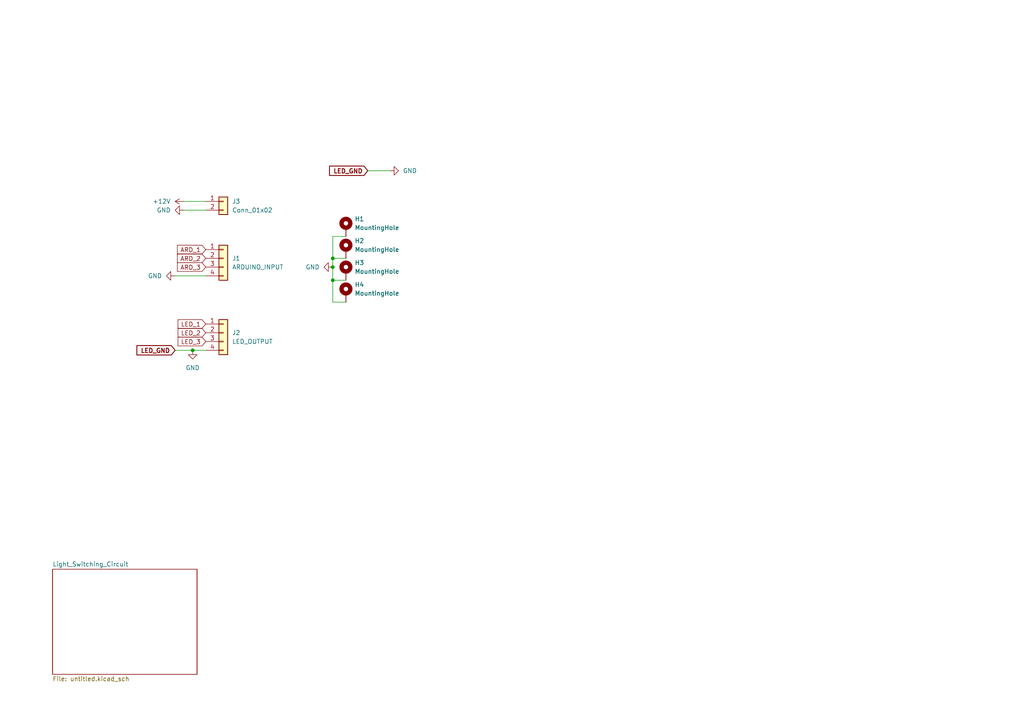
<source format=kicad_sch>
(kicad_sch (version 20230121) (generator eeschema)
  (paper "A4")
  (lib_symbols
    (symbol "Connector_Generic:Conn_01x02" (pin_names (offset 1.016) hide)
      (property "Reference" "J" (at 0 2.54 0))
      (property "Value" "Conn_01x02" (at 0 -5.08 0))
      (symbol "Conn_01x02_1_1"
        (rectangle (start -1.27 -2.413) (end 0 -2.667) (stroke (width 0.1524)))
        (rectangle (start -1.27 0.127) (end 0 -0.127) (stroke (width 0.1524)))
        (rectangle (start -1.27 1.27) (end 1.27 -3.81) (stroke (width 0.254)) (fill (type background)))
        (pin passive line (at -5.08 0 0) (length 3.81) (name "Pin_1") (number "1"))
        (pin passive line (at -5.08 -2.54 0) (length 3.81) (name "Pin_2") (number "2"))
      )
    )
    (symbol "Connector_Generic:Conn_01x04" (pin_names (offset 1.016) hide)
      (property "Reference" "J" (at 0 5.08 0))
      (property "Value" "Conn_01x04" (at 0 -7.62 0))
      (symbol "Conn_01x04_1_1"
        (rectangle (start -1.27 -4.953) (end 0 -5.207) (stroke (width 0.1524)))
        (rectangle (start -1.27 -2.413) (end 0 -2.667) (stroke (width 0.1524)))
        (rectangle (start -1.27 0.127) (end 0 -0.127) (stroke (width 0.1524)))
        (rectangle (start -1.27 2.667) (end 0 2.413) (stroke (width 0.1524)))
        (rectangle (start -1.27 3.81) (end 1.27 -6.35) (stroke (width 0.254)) (fill (type background)))
        (pin passive line (at -5.08 2.54 0) (length 3.81) (name "Pin_1") (number "1"))
        (pin passive line (at -5.08 0 0) (length 3.81) (name "Pin_2") (number "2"))
        (pin passive line (at -5.08 -2.54 0) (length 3.81) (name "Pin_3") (number "3"))
        (pin passive line (at -5.08 -5.08 0) (length 3.81) (name "Pin_4") (number "4"))
      )
    )
    (symbol "Mechanical:MountingHole_Pad" (pin_numbers hide) (pin_names (offset 1.016) hide)
      (property "Reference" "H" (at 0 6.35 0))
      (property "Value" "MountingHole_Pad" (at 0 4.445 0))
      (symbol "MountingHole_Pad_0_1"
        (circle (center 0 1.27) (radius 1.27) (stroke (width 1.27)))
      )
      (symbol "MountingHole_Pad_1_1"
        (pin input line (at 0 -2.54 90) (length 2.54) (name "1") (number "1"))
      )
    )
    (symbol "power:+12V" (power) (pin_names (offset 0))
      (property "Value" "+12V" (at 0 3.556 0))
      (symbol "+12V_0_1"
        (polyline (pts (xy -0.762 1.27) (xy 0 2.54)))
        (polyline (pts (xy 0 0) (xy 0 2.54)))
        (polyline (pts (xy 0 2.54) (xy 0.762 1.27)))
      )
      (symbol "+12V_1_1"
        (pin power_in line (at 0 0 90) (length 0) hide (name "+12V") (number "1"))
      )
    )
    (symbol "power:GND" (power) (pin_names (offset 0))
      (property "Value" "GND" (at 0 -3.81 0))
      (symbol "GND_0_1"
        (polyline (pts (xy 0 0) (xy 0 -1.27) (xy 1.27 -1.27) (xy 0 -2.54) (xy -1.27 -1.27) (xy 0 -1.27)))
      )
      (symbol "GND_1_1"
        (pin power_in line (at 0 0 270) (length 0) hide (name "GND") (number "1"))
      )
    )
  )
  (junction (at 96.52 77.47))
  (junction (at 96.52 81.28))
  (junction (at 96.52 74.93))
  (junction (at 55.88 101.6))
  (wire (pts (xy 96.52 74.93) (xy 96.52 77.47)))
  (wire (pts (xy 100.33 74.93) (xy 96.52 74.93)))
  (wire (pts (xy 53.34 58.42) (xy 59.69 58.42)))
  (wire (pts (xy 96.52 68.58) (xy 96.52 74.93)))
  (wire (pts (xy 96.52 77.47) (xy 96.52 81.28)))
  (wire (pts (xy 53.34 60.96) (xy 59.69 60.96)))
  (wire (pts (xy 50.8 80.01) (xy 59.69 80.01)))
  (wire (pts (xy 50.8 101.6) (xy 55.88 101.6)))
  (wire (pts (xy 100.33 68.58) (xy 96.52 68.58)))
  (wire (pts (xy 55.88 101.6) (xy 59.69 101.6)))
  (wire (pts (xy 96.52 81.28) (xy 96.52 87.63)))
  (wire (pts (xy 106.68 49.53) (xy 113.03 49.53)))
  (wire (pts (xy 96.52 81.28) (xy 100.33 81.28)))
  (wire (pts (xy 96.52 87.63) (xy 100.33 87.63)))
  (global_label "ARD_2" (shape input) (at 59.69 74.93 180) (property "Intersheetrefs" "${INTERSHEET_REFS}" (effects hide)))
  (global_label "LED_3" (shape input) (at 59.69 99.06 180) (property "Intersheetrefs" "${INTERSHEET_REFS}" (effects hide)))
  (global_label "ARD_1" (shape input) (at 59.69 72.39 180) (property "Intersheetrefs" "${INTERSHEET_REFS}" (effects hide)))
  (global_label "LED_1" (shape input) (at 59.69 93.98 180) (property "Intersheetrefs" "${INTERSHEET_REFS}" (effects hide)))
  (global_label "LED_GND" (shape input) (at 106.68 49.53 180) (effects (font bold)) (property "Intersheetrefs" "${INTERSHEET_REFS}" (effects hide)))
  (global_label "LED_GND" (shape input) (at 50.8 101.6 180) (effects (font bold)) (property "Intersheetrefs" "${INTERSHEET_REFS}" (effects hide)))
  (global_label "ARD_3" (shape input) (at 59.69 77.47 180) (property "Intersheetrefs" "${INTERSHEET_REFS}" (effects hide)))
  (global_label "LED_2" (shape input) (at 59.69 96.52 180) (property "Intersheetrefs" "${INTERSHEET_REFS}" (effects hide)))
  (symbol (lib_id "power:GND") (at 53.34 60.96 270) (unit 1)
    (property "Reference" "#PWR08" (effects hide))
    (property "Value" "GND" (at 49.53 60.96 90) (effects (justify right)))
  )
  (symbol (lib_id "power:GND") (at 96.52 77.47 270) (unit 1)
    (property "Reference" "#PWR012" (effects hide))
    (property "Value" "GND" (at 92.71 77.47 90) (effects (justify right)))
  )
  (symbol (lib_id "Mechanical:MountingHole_Pad") (at 100.33 66.04 0) (unit 1)
    (property "Reference" "H1" (at 102.87 63.5 0) (effects (justify left)))
    (property "Value" "MountingHole" (at 102.87 66.04 0) (effects (justify left)))
    (property "Footprint" "MountingHole:MountingHole_3.2mm_M3_DIN965_Pad_TopOnly" (effects hide))
  )
  (symbol (lib_id "power:GND") (at 55.88 101.6 0) (unit 1)
    (property "Reference" "#PWR09" (effects hide))
    (property "Value" "GND" (at 55.88 106.68 0))
  )
  (symbol (lib_id "Mechanical:MountingHole_Pad") (at 100.33 78.74 0) (unit 1)
    (property "Reference" "H3" (at 102.87 76.2 0) (effects (justify left)))
    (property "Value" "MountingHole" (at 102.87 78.74 0) (effects (justify left)))
    (property "Footprint" "MountingHole:MountingHole_3.2mm_M3_DIN965_Pad_TopOnly" (effects hide))
  )
  (symbol (lib_id "power:GND") (at 113.03 49.53 90) (unit 1)
    (property "Reference" "#PWR011" (effects hide))
    (property "Value" "GND" (at 116.84 49.53 90) (effects (justify right)))
  )
  (symbol (lib_id "Mechanical:MountingHole_Pad") (at 100.33 72.39 0) (unit 1)
    (property "Reference" "H2" (at 102.87 69.85 0) (effects (justify left)))
    (property "Value" "MountingHole" (at 102.87 72.39 0) (effects (justify left)))
    (property "Footprint" "MountingHole:MountingHole_3.2mm_M3_DIN965_Pad_TopOnly" (effects hide))
  )
  (symbol (lib_id "Connector_Generic:Conn_01x02") (at 64.77 58.42 0) (unit 1)
    (property "Reference" "J3" (at 67.31 58.42 0) (effects (justify left)))
    (property "Value" "Conn_01x02" (at 67.31 60.96 0) (effects (justify left)))
    (property "Footprint" "TerminalBlock_TE-Connectivity:TerminalBlock_TE_282834-2_1x02_P2.54mm_Horizontal" (effects hide))
  )
  (symbol (lib_id "power:+12V") (at 53.34 58.42 90) (unit 1)
    (property "Reference" "#PWR010" (effects hide))
    (property "Value" "+12V" (at 49.53 58.42 90) (effects (justify left)))
  )
  (symbol (lib_id "Mechanical:MountingHole_Pad") (at 100.33 85.09 0) (unit 1)
    (property "Reference" "H4" (at 102.87 82.55 0) (effects (justify left)))
    (property "Value" "MountingHole" (at 102.87 85.09 0) (effects (justify left)))
    (property "Footprint" "MountingHole:MountingHole_3.2mm_M3_DIN965_Pad_TopOnly" (effects hide))
  )
  (symbol (lib_id "Connector_Generic:Conn_01x04") (at 64.77 74.93 0) (unit 1)
    (property "Reference" "J1" (at 67.31 74.93 0) (effects (justify left)))
    (property "Value" "ARDUINO_INPUT" (at 67.31 77.47 0) (effects (justify left)))
    (property "Footprint" "TerminalBlock_TE-Connectivity:TerminalBlock_TE_282834-4_1x04_P2.54mm_Horizontal" (effects hide))
  )
  (symbol (lib_id "Connector_Generic:Conn_01x04") (at 64.77 96.52 0) (unit 1)
    (property "Reference" "J2" (at 67.31 96.52 0) (effects (justify left)))
    (property "Value" "LED_OUTPUT" (at 67.31 99.06 0) (effects (justify left)))
    (property "Footprint" "TerminalBlock_TE-Connectivity:TerminalBlock_TE_282834-4_1x04_P2.54mm_Horizontal" (effects hide))
  )
  (symbol (lib_id "power:GND") (at 50.8 80.01 270) (unit 1)
    (property "Reference" "#PWR07" (effects hide))
    (property "Value" "GND" (at 46.99 80.01 90) (effects (justify right)))
  )
  (sheet (at 15.24 165.1) (size 41.91 30.48) (stroke (width 0.1524))
    (property "Sheetname" "Light_Switching_Circuit" (at 15.24 164.3884 0) (effects (justify left bottom)))
    (property "Sheetfile" "untitled.kicad_sch" (at 15.24 196.1646 0) (effects (justify left top)))
  )
)
</source>
